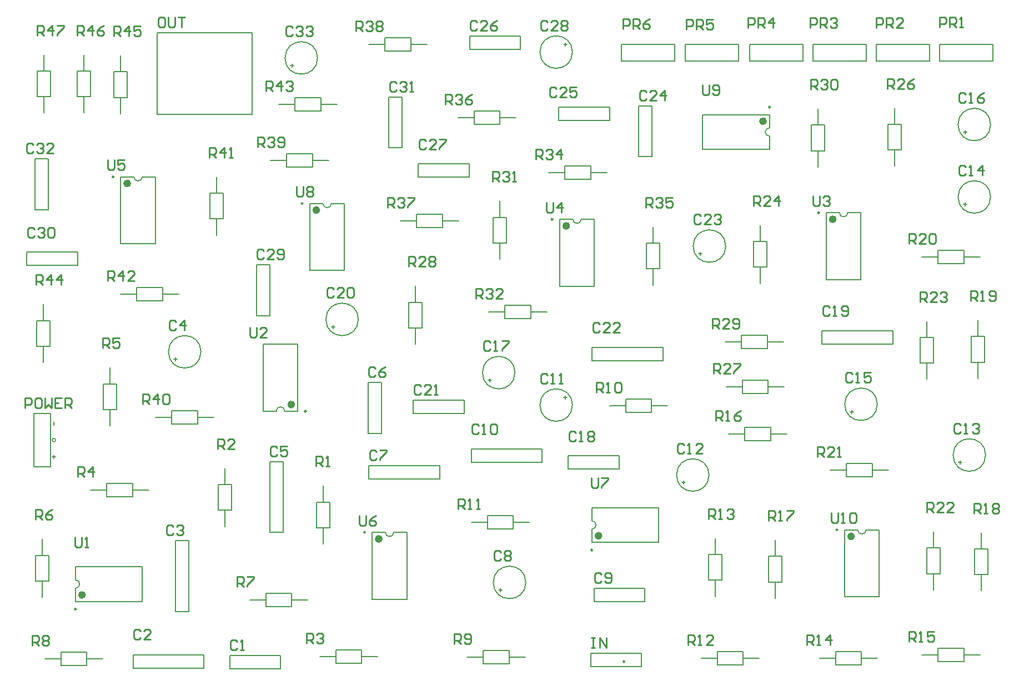
<source format=gbr>
G04*
G04 #@! TF.GenerationSoftware,Altium Limited,Altium Designer,22.4.2 (48)*
G04*
G04 Layer_Color=65535*
%FSLAX25Y25*%
%MOIN*%
G70*
G04*
G04 #@! TF.SameCoordinates,9D7DA267-A193-428E-9E10-CD2539F38239*
G04*
G04*
G04 #@! TF.FilePolarity,Positive*
G04*
G01*
G75*
%ADD10C,0.00787*%
%ADD11C,0.00984*%
%ADD12C,0.02362*%
%ADD13C,0.01000*%
D10*
X140921Y158000D02*
G03*
X140921Y163000I0J2500D01*
G01*
X266500Y264421D02*
G03*
X261500Y264421I-2500J0D01*
G01*
X599500Y383579D02*
G03*
X604500Y383579I2500J0D01*
G01*
X439500Y379579D02*
G03*
X444500Y379579I2500J0D01*
G01*
X176000Y405079D02*
G03*
X181000Y405079I2500J0D01*
G01*
X557579Y434500D02*
G03*
X557579Y429500I0J-2500D01*
G01*
X327000Y191579D02*
G03*
X332000Y191579I2500J0D01*
G01*
X450921Y193500D02*
G03*
X450921Y198500I0J2500D01*
G01*
X289500Y389079D02*
G03*
X294500Y389079I2500J0D01*
G01*
X610500Y193079D02*
G03*
X615500Y193079I2500J0D01*
G01*
X129000Y247000D02*
G03*
X129000Y247000I-1000J0D01*
G01*
X216250Y300000D02*
G03*
X216250Y300000I-9750J0D01*
G01*
X411250Y161500D02*
G03*
X411250Y161500I-9750J0D01*
G01*
X439250Y268000D02*
G03*
X439250Y268000I-9750J0D01*
G01*
X521250Y226000D02*
G03*
X521250Y226000I-9750J0D01*
G01*
X687250Y238000D02*
G03*
X687250Y238000I-9750J0D01*
G01*
X690250Y393000D02*
G03*
X690250Y393000I-9750J0D01*
G01*
X622250Y268500D02*
G03*
X622250Y268500I-9750J0D01*
G01*
X690250Y436500D02*
G03*
X690250Y436500I-9750J0D01*
G01*
X404750Y287500D02*
G03*
X404750Y287500I-9750J0D01*
G01*
X310750Y319500D02*
G03*
X310750Y319500I-9750J0D01*
G01*
X531250Y363500D02*
G03*
X531250Y363500I-9750J0D01*
G01*
X439250Y480000D02*
G03*
X439250Y480000I-9750J0D01*
G01*
X286250Y476500D02*
G03*
X286250Y476500I-9750J0D01*
G01*
X247000Y442500D02*
Y449500D01*
X190000Y442500D02*
X247000D01*
X190000D02*
Y491500D01*
X247000D01*
Y449500D02*
Y491500D01*
X140921Y150067D02*
X181079D01*
X140921Y170933D02*
X181079D01*
X140921Y150067D02*
Y158000D01*
Y163000D02*
Y170933D01*
X181079Y150067D02*
Y170933D01*
X274433Y264421D02*
Y304579D01*
X253567Y264421D02*
Y304579D01*
X266500Y264421D02*
X274433D01*
X253567D02*
X261500D01*
X253567Y304579D02*
X274433D01*
X591567Y343421D02*
Y383579D01*
X612433Y343421D02*
Y383579D01*
X591567D02*
X599500D01*
X604500D02*
X612433D01*
X591567Y343421D02*
X612433D01*
X431567Y339421D02*
Y379579D01*
X452433Y339421D02*
Y379579D01*
X431567D02*
X439500D01*
X444500D02*
X452433D01*
X431567Y339421D02*
X452433D01*
X168067Y364921D02*
Y405079D01*
X188933Y364921D02*
Y405079D01*
X168067D02*
X176000D01*
X181000D02*
X188933D01*
X168067Y364921D02*
X188933D01*
X517421Y442433D02*
X557579D01*
X517421Y421567D02*
X557579D01*
Y434500D02*
Y442433D01*
Y421567D02*
Y429500D01*
X517421Y421567D02*
Y442433D01*
X450185Y111000D02*
X480685D01*
Y119000D01*
X450185D02*
X480685D01*
X450185Y111000D02*
Y119000D01*
X319067Y151421D02*
Y191579D01*
X339933Y151421D02*
Y191579D01*
X319067D02*
X327000D01*
X332000D02*
X339933D01*
X319067Y151421D02*
X339933D01*
X450921Y185567D02*
X491079D01*
X450921Y206433D02*
X491079D01*
X450921Y185567D02*
Y193500D01*
Y198500D02*
Y206433D01*
X491079Y185567D02*
Y206433D01*
X281567Y348921D02*
Y389079D01*
X302433Y348921D02*
Y389079D01*
X281567D02*
X289500D01*
X294500D02*
X302433D01*
X281567Y348921D02*
X302433D01*
X602567Y152921D02*
Y193079D01*
X623433Y152921D02*
Y193079D01*
X602567D02*
X610500D01*
X615500D02*
X623433D01*
X602567Y152921D02*
X623433D01*
X116000Y231000D02*
X126000D01*
Y263000D01*
X116000D02*
X126000D01*
X116000Y231000D02*
Y263000D01*
X127000Y237000D02*
X129000D01*
X128000Y236000D02*
Y238000D01*
Y256000D02*
Y258000D01*
X218000Y110000D02*
Y118000D01*
X175500Y110000D02*
X218000D01*
X175500D02*
Y118000D01*
X218000D01*
X201000Y186504D02*
X209000D01*
Y144004D02*
Y186504D01*
X201000Y144004D02*
X209000D01*
X201000D02*
Y186504D01*
X257500Y191500D02*
X265500D01*
X257500D02*
Y234000D01*
X265500D01*
Y191500D02*
Y234000D01*
X317000Y223500D02*
Y231500D01*
X359500D01*
Y223500D02*
Y231500D01*
X317000Y223500D02*
X359500D01*
X421000Y233500D02*
Y241500D01*
X378500Y233500D02*
X421000D01*
X378500D02*
Y241500D01*
X421000D01*
X631504Y304500D02*
Y312500D01*
X589004Y304500D02*
X631504D01*
X589004D02*
Y312500D01*
X631504D01*
X493504Y294500D02*
Y302500D01*
X451004Y294500D02*
X493504D01*
X451004D02*
Y302500D01*
X493504D01*
X285500Y194323D02*
X289500D01*
X285500D02*
Y209744D01*
X293500D01*
Y194323D02*
Y209744D01*
X289500Y194323D02*
X293500D01*
X289500Y209744D02*
Y219488D01*
Y184579D02*
Y194323D01*
X230500Y220244D02*
X234500D01*
Y204823D02*
Y220244D01*
X226500Y204823D02*
X234500D01*
X226500D02*
Y220244D01*
X230500D01*
Y195079D02*
Y204823D01*
Y220244D02*
Y229988D01*
X297256Y117000D02*
Y121000D01*
X312677D01*
Y113000D02*
Y121000D01*
X297256Y113000D02*
X312677D01*
X297256D02*
Y117000D01*
X312677D02*
X322421D01*
X287512D02*
X297256D01*
X175244Y213000D02*
Y217000D01*
X159823Y213000D02*
X175244D01*
X159823D02*
Y221000D01*
X175244D01*
Y217000D02*
Y221000D01*
X150079Y217000D02*
X159823D01*
X175244D02*
X184988D01*
X157500Y265323D02*
X161500D01*
X157500D02*
Y280744D01*
X165500D01*
Y265323D02*
Y280744D01*
X161500Y265323D02*
X165500D01*
X161500Y280744D02*
Y290488D01*
Y255579D02*
Y265323D01*
X117000Y162323D02*
X121000D01*
X117000D02*
Y177744D01*
X125000D01*
Y162323D02*
Y177744D01*
X121000Y162323D02*
X125000D01*
X121000Y177744D02*
Y187488D01*
Y152579D02*
Y162323D01*
X255323Y151000D02*
Y155000D01*
X270744D01*
Y147000D02*
Y155000D01*
X255323Y147000D02*
X270744D01*
X255323D02*
Y151000D01*
X270744D02*
X280488D01*
X245579D02*
X255323D01*
X147744Y111500D02*
Y115500D01*
X132323Y111500D02*
X147744D01*
X132323D02*
Y119500D01*
X147744D01*
Y115500D02*
Y119500D01*
X122579Y115500D02*
X132323D01*
X147744D02*
X157488D01*
X401244Y112500D02*
Y116500D01*
X385823Y112500D02*
X401244D01*
X385823D02*
Y120500D01*
X401244D01*
Y116500D02*
Y120500D01*
X376079Y116500D02*
X385823D01*
X401244D02*
X410988D01*
X471256Y267500D02*
Y271500D01*
X486677D01*
Y263500D02*
Y271500D01*
X471256Y263500D02*
X486677D01*
X471256D02*
Y267500D01*
X486677D02*
X496421D01*
X461512D02*
X471256D01*
X403677Y193500D02*
Y197500D01*
X388256Y193500D02*
X403677D01*
X388256D02*
Y201500D01*
X403677D01*
Y197500D02*
Y201500D01*
X378512Y197500D02*
X388256D01*
X403677D02*
X413421D01*
X541677Y112000D02*
Y116000D01*
X526256Y112000D02*
X541677D01*
X526256D02*
Y120000D01*
X541677D01*
Y116000D02*
Y120000D01*
X516512Y116000D02*
X526256D01*
X541677D02*
X551421D01*
X525000Y178244D02*
X529000D01*
Y162823D02*
Y178244D01*
X521000Y162823D02*
X529000D01*
X521000D02*
Y178244D01*
X525000D01*
Y153079D02*
Y162823D01*
Y178244D02*
Y187988D01*
X597323Y116000D02*
Y120000D01*
X612744D01*
Y112000D02*
Y120000D01*
X597323Y112000D02*
X612744D01*
X597323D02*
Y116000D01*
X612744D02*
X622488D01*
X587579D02*
X597323D01*
X674177Y114000D02*
Y118000D01*
X658756Y114000D02*
X674177D01*
X658756D02*
Y122000D01*
X674177D01*
Y118000D02*
Y122000D01*
X649012Y118000D02*
X658756D01*
X674177D02*
X683921D01*
X542823Y250500D02*
Y254500D01*
X558244D01*
Y246500D02*
Y254500D01*
X542823Y246500D02*
X558244D01*
X542823D02*
Y250500D01*
X558244D02*
X567988D01*
X533079D02*
X542823D01*
X561000Y177177D02*
X565000D01*
Y161756D02*
Y177177D01*
X557000Y161756D02*
X565000D01*
X557000D02*
Y177177D01*
X561000D01*
Y152012D02*
Y161756D01*
Y177177D02*
Y186921D01*
X684500Y181677D02*
X688500D01*
Y166256D02*
Y181677D01*
X680500Y166256D02*
X688500D01*
X680500D02*
Y181677D01*
X684500D01*
Y156512D02*
Y166256D01*
Y181677D02*
Y191421D01*
X678500Y293756D02*
X682500D01*
X678500D02*
Y309177D01*
X686500D01*
Y293756D02*
Y309177D01*
X682500Y293756D02*
X686500D01*
X682500Y309177D02*
Y318921D01*
Y284012D02*
Y293756D01*
X658823Y357000D02*
Y361000D01*
X674244D01*
Y353000D02*
Y361000D01*
X658823Y353000D02*
X674244D01*
X658823D02*
Y357000D01*
X674244D02*
X683988D01*
X649079D02*
X658823D01*
X619244Y225000D02*
Y229000D01*
X603823Y225000D02*
X619244D01*
X603823D02*
Y233000D01*
X619244D01*
Y229000D02*
Y233000D01*
X594079Y229000D02*
X603823D01*
X619244D02*
X628988D01*
X656000Y182177D02*
X660000D01*
Y166756D02*
Y182177D01*
X652000Y166756D02*
X660000D01*
X652000D02*
Y182177D01*
X656000D01*
Y157012D02*
Y166756D01*
Y182177D02*
Y191921D01*
X652000Y308677D02*
X656000D01*
Y293256D02*
Y308677D01*
X648000Y293256D02*
X656000D01*
X648000D02*
Y308677D01*
X652000D01*
Y283512D02*
Y293256D01*
Y308677D02*
Y318421D01*
X548000Y350823D02*
X552000D01*
X548000D02*
Y366244D01*
X556000D01*
Y350823D02*
Y366244D01*
X552000Y350823D02*
X556000D01*
X552000Y366244D02*
Y375988D01*
Y341079D02*
Y350823D01*
X632500Y436677D02*
X636500D01*
Y421256D02*
Y436677D01*
X628500Y421256D02*
X636500D01*
X628500D02*
Y436677D01*
X632500D01*
Y411512D02*
Y421256D01*
Y436677D02*
Y446421D01*
X556744Y275000D02*
Y279000D01*
X541323Y275000D02*
X556744D01*
X541323D02*
Y283000D01*
X556744D01*
Y279000D02*
Y283000D01*
X531579Y279000D02*
X541323D01*
X556744D02*
X566488D01*
X345000Y329744D02*
X349000D01*
Y314323D02*
Y329744D01*
X341000Y314323D02*
X349000D01*
X341000D02*
Y329744D01*
X345000D01*
Y304579D02*
Y314323D01*
Y329744D02*
Y339488D01*
X556244Y302000D02*
Y306000D01*
X540823Y302000D02*
X556244D01*
X540823D02*
Y310000D01*
X556244D01*
Y306000D02*
Y310000D01*
X531079Y306000D02*
X540823D01*
X556244D02*
X565988D01*
X582500Y420756D02*
X586500D01*
X582500D02*
Y436177D01*
X590500D01*
Y420756D02*
Y436177D01*
X586500Y420756D02*
X590500D01*
X586500Y436177D02*
Y445921D01*
Y411012D02*
Y420756D01*
X391500Y365323D02*
X395500D01*
X391500D02*
Y380744D01*
X399500D01*
Y365323D02*
Y380744D01*
X395500Y365323D02*
X399500D01*
X395500Y380744D02*
Y390488D01*
Y355579D02*
Y365323D01*
X398756Y324000D02*
Y328000D01*
X414177D01*
Y320000D02*
Y328000D01*
X398756Y320000D02*
X414177D01*
X398756D02*
Y324000D01*
X414177D02*
X423921D01*
X389012D02*
X398756D01*
X434756Y407500D02*
Y411500D01*
X450177D01*
Y403500D02*
Y411500D01*
X434756Y403500D02*
X450177D01*
X434756D02*
Y407500D01*
X450177D02*
X459921D01*
X425012D02*
X434756D01*
X483500Y349823D02*
X487500D01*
X483500D02*
Y365244D01*
X491500D01*
Y349823D02*
Y365244D01*
X487500Y349823D02*
X491500D01*
X487500Y365244D02*
Y374988D01*
Y340079D02*
Y349823D01*
X380323Y440500D02*
Y444500D01*
X395744D01*
Y436500D02*
Y444500D01*
X380323Y436500D02*
X395744D01*
X380323D02*
Y440500D01*
X395744D02*
X405488D01*
X370579D02*
X380323D01*
X361177Y374500D02*
Y378500D01*
X345756Y374500D02*
X361177D01*
X345756D02*
Y382500D01*
X361177D01*
Y378500D02*
Y382500D01*
X336012Y378500D02*
X345756D01*
X361177D02*
X370921D01*
X342244Y480500D02*
Y484500D01*
X326823Y480500D02*
X342244D01*
X326823D02*
Y488500D01*
X342244D01*
Y484500D02*
Y488500D01*
X317079Y484500D02*
X326823D01*
X342244D02*
X351988D01*
X267823Y415000D02*
Y419000D01*
X283244D01*
Y411000D02*
Y419000D01*
X267823Y411000D02*
X283244D01*
X267823D02*
Y415000D01*
X283244D02*
X292988D01*
X258079D02*
X267823D01*
X214177Y256500D02*
Y260500D01*
X198756Y256500D02*
X214177D01*
X198756D02*
Y264500D01*
X214177D01*
Y260500D02*
Y264500D01*
X189012Y260500D02*
X198756D01*
X214177D02*
X223921D01*
X225500Y395244D02*
X229500D01*
Y379823D02*
Y395244D01*
X221500Y379823D02*
X229500D01*
X221500D02*
Y395244D01*
X225500D01*
Y370079D02*
Y379823D01*
Y395244D02*
Y404988D01*
X193177Y330500D02*
Y334500D01*
X177756Y330500D02*
X193177D01*
X177756D02*
Y338500D01*
X193177D01*
Y334500D02*
Y338500D01*
X168012Y334500D02*
X177756D01*
X193177D02*
X202921D01*
X288177Y444500D02*
Y448500D01*
X272756Y444500D02*
X288177D01*
X272756D02*
Y452500D01*
X288177D01*
Y448500D02*
Y452500D01*
X263012Y448500D02*
X272756D01*
X288177D02*
X297921D01*
X117500Y303323D02*
X121500D01*
X117500D02*
Y318744D01*
X125500D01*
Y303323D02*
Y318744D01*
X121500Y303323D02*
X125500D01*
X121500Y318744D02*
Y328488D01*
Y293579D02*
Y303323D01*
X168000Y468177D02*
X172000D01*
Y452756D02*
Y468177D01*
X164000Y452756D02*
X172000D01*
X164000D02*
Y468177D01*
X168000D01*
Y443012D02*
Y452756D01*
Y468177D02*
Y477921D01*
X142000Y453256D02*
X146000D01*
X142000D02*
Y468677D01*
X150000D01*
Y453256D02*
Y468677D01*
X146000Y453256D02*
X150000D01*
X146000Y468677D02*
Y478421D01*
Y443512D02*
Y453256D01*
X122000Y468677D02*
X126000D01*
Y453256D02*
Y468677D01*
X118000Y453256D02*
X126000D01*
X118000D02*
Y468677D01*
X122000D01*
Y443512D02*
Y453256D01*
Y468677D02*
Y478421D01*
X201000Y294500D02*
Y296500D01*
X200000Y295500D02*
X202000D01*
X395000Y157000D02*
X397000D01*
X396000Y156000D02*
Y158000D01*
X435000Y271500D02*
Y273500D01*
X434000Y272500D02*
X436000D01*
X505000Y221500D02*
X507000D01*
X506000Y220500D02*
Y222500D01*
X672000Y232500D02*
Y234500D01*
X671000Y233500D02*
X673000D01*
X674000Y388500D02*
X676000D01*
X675000Y387500D02*
Y389500D01*
X607000Y263000D02*
Y265000D01*
X606000Y264000D02*
X608000D01*
X674000Y432000D02*
X676000D01*
X675000Y431000D02*
Y433000D01*
X389500Y282000D02*
Y284000D01*
X388500Y283000D02*
X390500D01*
X294500Y315000D02*
X296500D01*
X295500Y314000D02*
Y316000D01*
X516000Y358000D02*
Y360000D01*
X515000Y359000D02*
X517000D01*
X434000Y484500D02*
X436000D01*
X435000Y483500D02*
Y485500D01*
X271000Y471000D02*
Y473000D01*
X270000Y472000D02*
X272000D01*
X233500Y109500D02*
X264000D01*
Y117500D01*
X233500D02*
X264000D01*
X233500Y109500D02*
Y117500D01*
X324500Y251000D02*
Y281500D01*
X316500D02*
X324500D01*
X316500Y251000D02*
Y281500D01*
Y251000D02*
X324500D01*
X452185Y150000D02*
X482685D01*
Y158000D01*
X452185D02*
X482685D01*
X452185Y150000D02*
Y158000D01*
X436815Y237500D02*
X467315D01*
X436815Y229500D02*
Y237500D01*
Y229500D02*
X467315D01*
Y237500D01*
X343685Y263000D02*
X374185D01*
Y271000D01*
X343685D02*
X374185D01*
X343685Y263000D02*
Y271000D01*
X487000Y417185D02*
Y447685D01*
X479000D02*
X487000D01*
X479000Y417185D02*
Y447685D01*
Y417185D02*
X487000D01*
X431000Y447000D02*
X461500D01*
X431000Y439000D02*
Y447000D01*
Y439000D02*
X461500D01*
Y447000D01*
X377500Y481500D02*
X408000D01*
Y489500D01*
X377500D02*
X408000D01*
X377500Y481500D02*
Y489500D01*
X346815Y413000D02*
X377315D01*
X346815Y405000D02*
Y413000D01*
Y405000D02*
X377315D01*
Y413000D01*
X257500Y321685D02*
Y352185D01*
X249500D02*
X257500D01*
X249500Y321685D02*
Y352185D01*
Y321685D02*
X257500D01*
X111815Y360000D02*
X142315D01*
X111815Y352000D02*
Y360000D01*
Y352000D02*
X142315D01*
Y360000D01*
X337000Y422500D02*
Y453000D01*
X329000D02*
X337000D01*
X329000Y422500D02*
Y453000D01*
Y422500D02*
X337000D01*
X116500Y385315D02*
Y415815D01*
Y385315D02*
X124500D01*
Y415815D01*
X116500D02*
X124500D01*
X659500Y474500D02*
Y484500D01*
Y474500D02*
X691500D01*
Y484500D01*
X659500D02*
X691500D01*
X653500Y474500D02*
Y484500D01*
X621500D02*
X653500D01*
X621500Y474500D02*
Y484500D01*
Y474500D02*
X653500D01*
X583500D02*
Y484500D01*
Y474500D02*
X615500D01*
Y484500D01*
X583500D02*
X615500D01*
X545500Y474500D02*
Y484500D01*
Y474500D02*
X577500D01*
Y484500D01*
X545500D02*
X577500D01*
X507000Y474500D02*
Y484500D01*
Y474500D02*
X539000D01*
Y484500D01*
X507000D02*
X539000D01*
X500500Y474500D02*
Y484500D01*
X468500D02*
X500500D01*
X468500Y474500D02*
Y484500D01*
Y474500D02*
X500500D01*
D11*
X141374Y145500D02*
G03*
X141374Y145500I-492J0D01*
G01*
X279492Y264382D02*
G03*
X279492Y264382I-492J0D01*
G01*
X587492Y383618D02*
G03*
X587492Y383618I-492J0D01*
G01*
X427492Y379618D02*
G03*
X427492Y379618I-492J0D01*
G01*
X163992Y405118D02*
G03*
X163992Y405118I-492J0D01*
G01*
X558110Y447000D02*
G03*
X558110Y447000I-492J0D01*
G01*
X314992Y191618D02*
G03*
X314992Y191618I-492J0D01*
G01*
X451374Y181000D02*
G03*
X451374Y181000I-492J0D01*
G01*
X277492Y389118D02*
G03*
X277492Y389118I-492J0D01*
G01*
X598492Y193118D02*
G03*
X598492Y193118I-492J0D01*
G01*
D12*
X146039Y154004D02*
G03*
X146039Y154004I-1181J0D01*
G01*
X271677Y268358D02*
G03*
X271677Y268358I-1181J0D01*
G01*
X596685Y379642D02*
G03*
X596685Y379642I-1181J0D01*
G01*
X436685Y375642D02*
G03*
X436685Y375642I-1181J0D01*
G01*
X173185Y401142D02*
G03*
X173185Y401142I-1181J0D01*
G01*
X554823Y438496D02*
G03*
X554823Y438496I-1181J0D01*
G01*
X324185Y187642D02*
G03*
X324185Y187642I-1181J0D01*
G01*
X456039Y189504D02*
G03*
X456039Y189504I-1181J0D01*
G01*
X286685Y385142D02*
G03*
X286685Y385142I-1181J0D01*
G01*
X607685Y189142D02*
G03*
X607685Y189142I-1181J0D01*
G01*
D13*
X470685Y114000D02*
G03*
X470685Y114000I-500J0D01*
G01*
X110800Y266400D02*
Y272398D01*
X113799D01*
X114799Y271398D01*
Y269399D01*
X113799Y268399D01*
X110800D01*
X119797Y272398D02*
X117798D01*
X116798Y271398D01*
Y267400D01*
X117798Y266400D01*
X119797D01*
X120797Y267400D01*
Y271398D01*
X119797Y272398D01*
X122796D02*
Y266400D01*
X124795Y268399D01*
X126795Y266400D01*
Y272398D01*
X132793D02*
X128794D01*
Y266400D01*
X132793D01*
X128794Y269399D02*
X130793D01*
X134792Y266400D02*
Y272398D01*
X137791D01*
X138791Y271398D01*
Y269399D01*
X137791Y268399D01*
X134792D01*
X136792D02*
X138791Y266400D01*
X450800Y128398D02*
X452799D01*
X451800D01*
Y122400D01*
X450800D01*
X452799D01*
X455798D02*
Y128398D01*
X459797Y122400D01*
Y128398D01*
X193599Y500898D02*
X191600D01*
X190600Y499898D01*
Y495900D01*
X191600Y494900D01*
X193599D01*
X194599Y495900D01*
Y499898D01*
X193599Y500898D01*
X196598D02*
Y495900D01*
X197598Y494900D01*
X199597D01*
X200597Y495900D01*
Y500898D01*
X202596D02*
X206595D01*
X204595D01*
Y494900D01*
X594800Y203198D02*
Y198200D01*
X595800Y197200D01*
X597799D01*
X598799Y198200D01*
Y203198D01*
X600798Y197200D02*
X602797D01*
X601798D01*
Y203198D01*
X600798Y202198D01*
X605796D02*
X606796Y203198D01*
X608795D01*
X609795Y202198D01*
Y198200D01*
X608795Y197200D01*
X606796D01*
X605796Y198200D01*
Y202198D01*
X517300Y460198D02*
Y455200D01*
X518300Y454200D01*
X520299D01*
X521299Y455200D01*
Y460198D01*
X523298Y455200D02*
X524298Y454200D01*
X526297D01*
X527297Y455200D01*
Y459198D01*
X526297Y460198D01*
X524298D01*
X523298Y459198D01*
Y458199D01*
X524298Y457199D01*
X527297D01*
X273800Y399198D02*
Y394200D01*
X274800Y393200D01*
X276799D01*
X277799Y394200D01*
Y399198D01*
X279798Y398198D02*
X280798Y399198D01*
X282797D01*
X283797Y398198D01*
Y397199D01*
X282797Y396199D01*
X283797Y395199D01*
Y394200D01*
X282797Y393200D01*
X280798D01*
X279798Y394200D01*
Y395199D01*
X280798Y396199D01*
X279798Y397199D01*
Y398198D01*
X280798Y396199D02*
X282797D01*
X450800Y224198D02*
Y219200D01*
X451800Y218200D01*
X453799D01*
X454799Y219200D01*
Y224198D01*
X456798D02*
X460797D01*
Y223198D01*
X456798Y219200D01*
Y218200D01*
X311300Y201698D02*
Y196700D01*
X312300Y195700D01*
X314299D01*
X315299Y196700D01*
Y201698D01*
X321297D02*
X319297Y200698D01*
X317298Y198699D01*
Y196700D01*
X318298Y195700D01*
X320297D01*
X321297Y196700D01*
Y197699D01*
X320297Y198699D01*
X317298D01*
X160300Y415198D02*
Y410200D01*
X161300Y409200D01*
X163299D01*
X164299Y410200D01*
Y415198D01*
X170297D02*
X166298D01*
Y412199D01*
X168297Y413199D01*
X169297D01*
X170297Y412199D01*
Y410200D01*
X169297Y409200D01*
X167298D01*
X166298Y410200D01*
X423800Y389698D02*
Y384700D01*
X424800Y383700D01*
X426799D01*
X427799Y384700D01*
Y389698D01*
X432797Y383700D02*
Y389698D01*
X429798Y386699D01*
X433797D01*
X583800Y393698D02*
Y388700D01*
X584800Y387700D01*
X586799D01*
X587799Y388700D01*
Y393698D01*
X589798Y392698D02*
X590798Y393698D01*
X592797D01*
X593797Y392698D01*
Y391699D01*
X592797Y390699D01*
X591797D01*
X592797D01*
X593797Y389699D01*
Y388700D01*
X592797Y387700D01*
X590798D01*
X589798Y388700D01*
X245800Y314698D02*
Y309700D01*
X246800Y308700D01*
X248799D01*
X249799Y309700D01*
Y314698D01*
X255797Y308700D02*
X251798D01*
X255797Y312699D01*
Y313698D01*
X254797Y314698D01*
X252798D01*
X251798Y313698D01*
X140800Y188698D02*
Y183700D01*
X141800Y182700D01*
X143799D01*
X144799Y183700D01*
Y188698D01*
X146798Y182700D02*
X148797D01*
X147798D01*
Y188698D01*
X146798Y187698D01*
X117900Y490100D02*
Y496098D01*
X120899D01*
X121899Y495098D01*
Y493099D01*
X120899Y492099D01*
X117900D01*
X119899D02*
X121899Y490100D01*
X126897D02*
Y496098D01*
X123898Y493099D01*
X127897D01*
X129896Y496098D02*
X133895D01*
Y495098D01*
X129896Y491100D01*
Y490100D01*
X141900D02*
Y496098D01*
X144899D01*
X145899Y495098D01*
Y493099D01*
X144899Y492099D01*
X141900D01*
X143899D02*
X145899Y490100D01*
X150897D02*
Y496098D01*
X147898Y493099D01*
X151897D01*
X157895Y496098D02*
X155895Y495098D01*
X153896Y493099D01*
Y491100D01*
X154896Y490100D01*
X156895D01*
X157895Y491100D01*
Y492099D01*
X156895Y493099D01*
X153896D01*
X163900Y489600D02*
Y495598D01*
X166899D01*
X167899Y494598D01*
Y492599D01*
X166899Y491599D01*
X163900D01*
X165899D02*
X167899Y489600D01*
X172897D02*
Y495598D01*
X169898Y492599D01*
X173897D01*
X179895Y495598D02*
X175896D01*
Y492599D01*
X177895Y493599D01*
X178895D01*
X179895Y492599D01*
Y490600D01*
X178895Y489600D01*
X176896D01*
X175896Y490600D01*
X117400Y340200D02*
Y346198D01*
X120399D01*
X121399Y345198D01*
Y343199D01*
X120399Y342199D01*
X117400D01*
X119399D02*
X121399Y340200D01*
X126397D02*
Y346198D01*
X123398Y343199D01*
X127397D01*
X132395Y340200D02*
Y346198D01*
X129396Y343199D01*
X133395D01*
X255300Y456600D02*
Y462598D01*
X258299D01*
X259299Y461598D01*
Y459599D01*
X258299Y458599D01*
X255300D01*
X257299D02*
X259299Y456600D01*
X264297D02*
Y462598D01*
X261298Y459599D01*
X265297D01*
X267296Y461598D02*
X268296Y462598D01*
X270295D01*
X271295Y461598D01*
Y460599D01*
X270295Y459599D01*
X269296D01*
X270295D01*
X271295Y458599D01*
Y457600D01*
X270295Y456600D01*
X268296D01*
X267296Y457600D01*
X160300Y342600D02*
Y348598D01*
X163299D01*
X164299Y347598D01*
Y345599D01*
X163299Y344599D01*
X160300D01*
X162299D02*
X164299Y342600D01*
X169297D02*
Y348598D01*
X166298Y345599D01*
X170297D01*
X176295Y342600D02*
X172296D01*
X176295Y346599D01*
Y347598D01*
X175295Y348598D01*
X173296D01*
X172296Y347598D01*
X221400Y416700D02*
Y422698D01*
X224399D01*
X225399Y421698D01*
Y419699D01*
X224399Y418699D01*
X221400D01*
X223399D02*
X225399Y416700D01*
X230397D02*
Y422698D01*
X227398Y419699D01*
X231397D01*
X233396Y416700D02*
X235396D01*
X234396D01*
Y422698D01*
X233396Y421698D01*
X181300Y268600D02*
Y274598D01*
X184299D01*
X185299Y273598D01*
Y271599D01*
X184299Y270599D01*
X181300D01*
X183299D02*
X185299Y268600D01*
X190297D02*
Y274598D01*
X187298Y271599D01*
X191297D01*
X193296Y273598D02*
X194296Y274598D01*
X196295D01*
X197295Y273598D01*
Y269600D01*
X196295Y268600D01*
X194296D01*
X193296Y269600D01*
Y273598D01*
X250400Y423100D02*
Y429098D01*
X253399D01*
X254399Y428098D01*
Y426099D01*
X253399Y425099D01*
X250400D01*
X252399D02*
X254399Y423100D01*
X256398Y428098D02*
X257398Y429098D01*
X259397D01*
X260397Y428098D01*
Y427099D01*
X259397Y426099D01*
X258397D01*
X259397D01*
X260397Y425099D01*
Y424100D01*
X259397Y423100D01*
X257398D01*
X256398Y424100D01*
X262396D02*
X263396Y423100D01*
X265395D01*
X266395Y424100D01*
Y428098D01*
X265395Y429098D01*
X263396D01*
X262396Y428098D01*
Y427099D01*
X263396Y426099D01*
X266395D01*
X309400Y492600D02*
Y498598D01*
X312399D01*
X313399Y497598D01*
Y495599D01*
X312399Y494599D01*
X309400D01*
X311399D02*
X313399Y492600D01*
X315398Y497598D02*
X316398Y498598D01*
X318397D01*
X319397Y497598D01*
Y496599D01*
X318397Y495599D01*
X317397D01*
X318397D01*
X319397Y494599D01*
Y493600D01*
X318397Y492600D01*
X316398D01*
X315398Y493600D01*
X321396Y497598D02*
X322396Y498598D01*
X324395D01*
X325395Y497598D01*
Y496599D01*
X324395Y495599D01*
X325395Y494599D01*
Y493600D01*
X324395Y492600D01*
X322396D01*
X321396Y493600D01*
Y494599D01*
X322396Y495599D01*
X321396Y496599D01*
Y497598D01*
X322396Y495599D02*
X324395D01*
X328300Y386600D02*
Y392598D01*
X331299D01*
X332299Y391598D01*
Y389599D01*
X331299Y388599D01*
X328300D01*
X330299D02*
X332299Y386600D01*
X334298Y391598D02*
X335298Y392598D01*
X337297D01*
X338297Y391598D01*
Y390599D01*
X337297Y389599D01*
X336297D01*
X337297D01*
X338297Y388599D01*
Y387600D01*
X337297Y386600D01*
X335298D01*
X334298Y387600D01*
X340296Y392598D02*
X344295D01*
Y391598D01*
X340296Y387600D01*
Y386600D01*
X362900Y448600D02*
Y454598D01*
X365899D01*
X366899Y453598D01*
Y451599D01*
X365899Y450599D01*
X362900D01*
X364899D02*
X366899Y448600D01*
X368898Y453598D02*
X369898Y454598D01*
X371897D01*
X372897Y453598D01*
Y452599D01*
X371897Y451599D01*
X370897D01*
X371897D01*
X372897Y450599D01*
Y449600D01*
X371897Y448600D01*
X369898D01*
X368898Y449600D01*
X378895Y454598D02*
X376895Y453598D01*
X374896Y451599D01*
Y449600D01*
X375896Y448600D01*
X377895D01*
X378895Y449600D01*
Y450599D01*
X377895Y451599D01*
X374896D01*
X483400Y386700D02*
Y392698D01*
X486399D01*
X487399Y391698D01*
Y389699D01*
X486399Y388699D01*
X483400D01*
X485399D02*
X487399Y386700D01*
X489398Y391698D02*
X490398Y392698D01*
X492397D01*
X493397Y391698D01*
Y390699D01*
X492397Y389699D01*
X491397D01*
X492397D01*
X493397Y388699D01*
Y387700D01*
X492397Y386700D01*
X490398D01*
X489398Y387700D01*
X499395Y392698D02*
X495396D01*
Y389699D01*
X497396Y390699D01*
X498395D01*
X499395Y389699D01*
Y387700D01*
X498395Y386700D01*
X496396D01*
X495396Y387700D01*
X417300Y415600D02*
Y421598D01*
X420299D01*
X421299Y420598D01*
Y418599D01*
X420299Y417599D01*
X417300D01*
X419299D02*
X421299Y415600D01*
X423298Y420598D02*
X424298Y421598D01*
X426297D01*
X427297Y420598D01*
Y419599D01*
X426297Y418599D01*
X425297D01*
X426297D01*
X427297Y417599D01*
Y416600D01*
X426297Y415600D01*
X424298D01*
X423298Y416600D01*
X432295Y415600D02*
Y421598D01*
X429296Y418599D01*
X433295D01*
X381300Y332100D02*
Y338098D01*
X384299D01*
X385299Y337098D01*
Y335099D01*
X384299Y334099D01*
X381300D01*
X383299D02*
X385299Y332100D01*
X387298Y337098D02*
X388298Y338098D01*
X390297D01*
X391297Y337098D01*
Y336099D01*
X390297Y335099D01*
X389297D01*
X390297D01*
X391297Y334099D01*
Y333100D01*
X390297Y332100D01*
X388298D01*
X387298Y333100D01*
X397295Y332100D02*
X393296D01*
X397295Y336099D01*
Y337098D01*
X396295Y338098D01*
X394296D01*
X393296Y337098D01*
X391400Y402200D02*
Y408198D01*
X394399D01*
X395399Y407198D01*
Y405199D01*
X394399Y404199D01*
X391400D01*
X393399D02*
X395399Y402200D01*
X397398Y407198D02*
X398398Y408198D01*
X400397D01*
X401397Y407198D01*
Y406199D01*
X400397Y405199D01*
X399397D01*
X400397D01*
X401397Y404199D01*
Y403200D01*
X400397Y402200D01*
X398398D01*
X397398Y403200D01*
X403396Y402200D02*
X405396D01*
X404396D01*
Y408198D01*
X403396Y407198D01*
X582400Y457600D02*
Y463598D01*
X585399D01*
X586399Y462598D01*
Y460599D01*
X585399Y459599D01*
X582400D01*
X584399D02*
X586399Y457600D01*
X588398Y462598D02*
X589398Y463598D01*
X591397D01*
X592397Y462598D01*
Y461599D01*
X591397Y460599D01*
X590397D01*
X591397D01*
X592397Y459599D01*
Y458600D01*
X591397Y457600D01*
X589398D01*
X588398Y458600D01*
X594396Y462598D02*
X595396Y463598D01*
X597395D01*
X598395Y462598D01*
Y458600D01*
X597395Y457600D01*
X595396D01*
X594396Y458600D01*
Y462598D01*
X523400Y314100D02*
Y320098D01*
X526399D01*
X527399Y319098D01*
Y317099D01*
X526399Y316099D01*
X523400D01*
X525399D02*
X527399Y314100D01*
X533397D02*
X529398D01*
X533397Y318099D01*
Y319098D01*
X532397Y320098D01*
X530398D01*
X529398Y319098D01*
X535396Y315100D02*
X536396Y314100D01*
X538395D01*
X539395Y315100D01*
Y319098D01*
X538395Y320098D01*
X536396D01*
X535396Y319098D01*
Y318099D01*
X536396Y317099D01*
X539395D01*
X340900Y351200D02*
Y357198D01*
X343899D01*
X344899Y356198D01*
Y354199D01*
X343899Y353199D01*
X340900D01*
X342899D02*
X344899Y351200D01*
X350897D02*
X346898D01*
X350897Y355199D01*
Y356198D01*
X349897Y357198D01*
X347898D01*
X346898Y356198D01*
X352896D02*
X353896Y357198D01*
X355895D01*
X356895Y356198D01*
Y355199D01*
X355895Y354199D01*
X356895Y353199D01*
Y352200D01*
X355895Y351200D01*
X353896D01*
X352896Y352200D01*
Y353199D01*
X353896Y354199D01*
X352896Y355199D01*
Y356198D01*
X353896Y354199D02*
X355895D01*
X523900Y287100D02*
Y293098D01*
X526899D01*
X527899Y292098D01*
Y290099D01*
X526899Y289099D01*
X523900D01*
X525899D02*
X527899Y287100D01*
X533897D02*
X529898D01*
X533897Y291099D01*
Y292098D01*
X532897Y293098D01*
X530898D01*
X529898Y292098D01*
X535896Y293098D02*
X539895D01*
Y292098D01*
X535896Y288100D01*
Y287100D01*
X628400Y458100D02*
Y464098D01*
X631399D01*
X632399Y463098D01*
Y461099D01*
X631399Y460099D01*
X628400D01*
X630399D02*
X632399Y458100D01*
X638397D02*
X634398D01*
X638397Y462099D01*
Y463098D01*
X637397Y464098D01*
X635398D01*
X634398Y463098D01*
X644395Y464098D02*
X642395Y463098D01*
X640396Y461099D01*
Y459100D01*
X641396Y458100D01*
X643395D01*
X644395Y459100D01*
Y460099D01*
X643395Y461099D01*
X640396D01*
X547900Y387700D02*
Y393698D01*
X550899D01*
X551899Y392698D01*
Y390699D01*
X550899Y389699D01*
X547900D01*
X549899D02*
X551899Y387700D01*
X557897D02*
X553898D01*
X557897Y391699D01*
Y392698D01*
X556897Y393698D01*
X554898D01*
X553898Y392698D01*
X562895Y387700D02*
Y393698D01*
X559896Y390699D01*
X563895D01*
X647900Y330100D02*
Y336098D01*
X650899D01*
X651899Y335098D01*
Y333099D01*
X650899Y332099D01*
X647900D01*
X649899D02*
X651899Y330100D01*
X657897D02*
X653898D01*
X657897Y334099D01*
Y335098D01*
X656897Y336098D01*
X654898D01*
X653898Y335098D01*
X659896D02*
X660896Y336098D01*
X662895D01*
X663895Y335098D01*
Y334099D01*
X662895Y333099D01*
X661896D01*
X662895D01*
X663895Y332099D01*
Y331100D01*
X662895Y330100D01*
X660896D01*
X659896Y331100D01*
X651900Y203600D02*
Y209598D01*
X654899D01*
X655899Y208598D01*
Y206599D01*
X654899Y205599D01*
X651900D01*
X653899D02*
X655899Y203600D01*
X661897D02*
X657898D01*
X661897Y207599D01*
Y208598D01*
X660897Y209598D01*
X658898D01*
X657898Y208598D01*
X667895Y203600D02*
X663896D01*
X667895Y207599D01*
Y208598D01*
X666895Y209598D01*
X664896D01*
X663896Y208598D01*
X586400Y237100D02*
Y243098D01*
X589399D01*
X590399Y242098D01*
Y240099D01*
X589399Y239099D01*
X586400D01*
X588399D02*
X590399Y237100D01*
X596397D02*
X592398D01*
X596397Y241099D01*
Y242098D01*
X595397Y243098D01*
X593398D01*
X592398Y242098D01*
X598396Y237100D02*
X600395D01*
X599396D01*
Y243098D01*
X598396Y242098D01*
X641400Y365100D02*
Y371098D01*
X644399D01*
X645399Y370098D01*
Y368099D01*
X644399Y367099D01*
X641400D01*
X643399D02*
X645399Y365100D01*
X651397D02*
X647398D01*
X651397Y369099D01*
Y370098D01*
X650397Y371098D01*
X648398D01*
X647398Y370098D01*
X653396D02*
X654396Y371098D01*
X656395D01*
X657395Y370098D01*
Y366100D01*
X656395Y365100D01*
X654396D01*
X653396Y366100D01*
Y370098D01*
X678400Y330600D02*
Y336598D01*
X681399D01*
X682399Y335598D01*
Y333599D01*
X681399Y332599D01*
X678400D01*
X680399D02*
X682399Y330600D01*
X684398D02*
X686397D01*
X685398D01*
Y336598D01*
X684398Y335598D01*
X689396Y331600D02*
X690396Y330600D01*
X692395D01*
X693395Y331600D01*
Y335598D01*
X692395Y336598D01*
X690396D01*
X689396Y335598D01*
Y334599D01*
X690396Y333599D01*
X693395D01*
X680400Y203100D02*
Y209098D01*
X683399D01*
X684399Y208098D01*
Y206099D01*
X683399Y205099D01*
X680400D01*
X682399D02*
X684399Y203100D01*
X686398D02*
X688397D01*
X687398D01*
Y209098D01*
X686398Y208098D01*
X691396D02*
X692396Y209098D01*
X694395D01*
X695395Y208098D01*
Y207099D01*
X694395Y206099D01*
X695395Y205099D01*
Y204100D01*
X694395Y203100D01*
X692396D01*
X691396Y204100D01*
Y205099D01*
X692396Y206099D01*
X691396Y207099D01*
Y208098D01*
X692396Y206099D02*
X694395D01*
X556900Y198600D02*
Y204598D01*
X559899D01*
X560899Y203598D01*
Y201599D01*
X559899Y200599D01*
X556900D01*
X558899D02*
X560899Y198600D01*
X562898D02*
X564897D01*
X563898D01*
Y204598D01*
X562898Y203598D01*
X567896Y204598D02*
X571895D01*
Y203598D01*
X567896Y199600D01*
Y198600D01*
X525400Y258600D02*
Y264598D01*
X528399D01*
X529399Y263598D01*
Y261599D01*
X528399Y260599D01*
X525400D01*
X527399D02*
X529399Y258600D01*
X531398D02*
X533397D01*
X532398D01*
Y264598D01*
X531398Y263598D01*
X540395Y264598D02*
X538396Y263598D01*
X536396Y261599D01*
Y259600D01*
X537396Y258600D01*
X539396D01*
X540395Y259600D01*
Y260599D01*
X539396Y261599D01*
X536396D01*
X641300Y126100D02*
Y132098D01*
X644299D01*
X645299Y131098D01*
Y129099D01*
X644299Y128099D01*
X641300D01*
X643299D02*
X645299Y126100D01*
X647298D02*
X649297D01*
X648298D01*
Y132098D01*
X647298Y131098D01*
X656295Y132098D02*
X652296D01*
Y129099D01*
X654296Y130099D01*
X655296D01*
X656295Y129099D01*
Y127100D01*
X655296Y126100D01*
X653296D01*
X652296Y127100D01*
X579900Y124100D02*
Y130098D01*
X582899D01*
X583899Y129098D01*
Y127099D01*
X582899Y126099D01*
X579900D01*
X581899D02*
X583899Y124100D01*
X585898D02*
X587897D01*
X586898D01*
Y130098D01*
X585898Y129098D01*
X593895Y124100D02*
Y130098D01*
X590896Y127099D01*
X594895D01*
X520900Y199700D02*
Y205698D01*
X523899D01*
X524899Y204698D01*
Y202699D01*
X523899Y201699D01*
X520900D01*
X522899D02*
X524899Y199700D01*
X526898D02*
X528897D01*
X527898D01*
Y205698D01*
X526898Y204698D01*
X531896D02*
X532896Y205698D01*
X534896D01*
X535895Y204698D01*
Y203699D01*
X534896Y202699D01*
X533896D01*
X534896D01*
X535895Y201699D01*
Y200700D01*
X534896Y199700D01*
X532896D01*
X531896Y200700D01*
X508800Y124100D02*
Y130098D01*
X511799D01*
X512799Y129098D01*
Y127099D01*
X511799Y126099D01*
X508800D01*
X510799D02*
X512799Y124100D01*
X514798D02*
X516797D01*
X515798D01*
Y130098D01*
X514798Y129098D01*
X523795Y124100D02*
X519796D01*
X523795Y128099D01*
Y129098D01*
X522795Y130098D01*
X520796D01*
X519796Y129098D01*
X370800Y205600D02*
Y211598D01*
X373799D01*
X374799Y210598D01*
Y208599D01*
X373799Y207599D01*
X370800D01*
X372799D02*
X374799Y205600D01*
X376798D02*
X378797D01*
X377798D01*
Y211598D01*
X376798Y210598D01*
X381796Y205600D02*
X383796D01*
X382796D01*
Y211598D01*
X381796Y210598D01*
X453800Y275600D02*
Y281598D01*
X456799D01*
X457799Y280598D01*
Y278599D01*
X456799Y277599D01*
X453800D01*
X455799D02*
X457799Y275600D01*
X459798D02*
X461797D01*
X460798D01*
Y281598D01*
X459798Y280598D01*
X464796D02*
X465796Y281598D01*
X467796D01*
X468795Y280598D01*
Y276600D01*
X467796Y275600D01*
X465796D01*
X464796Y276600D01*
Y280598D01*
X368400Y124600D02*
Y130598D01*
X371399D01*
X372399Y129598D01*
Y127599D01*
X371399Y126599D01*
X368400D01*
X370399D02*
X372399Y124600D01*
X374398Y125600D02*
X375398Y124600D01*
X377397D01*
X378397Y125600D01*
Y129598D01*
X377397Y130598D01*
X375398D01*
X374398Y129598D01*
Y128599D01*
X375398Y127599D01*
X378397D01*
X114900Y123600D02*
Y129598D01*
X117899D01*
X118899Y128598D01*
Y126599D01*
X117899Y125599D01*
X114900D01*
X116899D02*
X118899Y123600D01*
X120898Y128598D02*
X121898Y129598D01*
X123897D01*
X124897Y128598D01*
Y127599D01*
X123897Y126599D01*
X124897Y125599D01*
Y124600D01*
X123897Y123600D01*
X121898D01*
X120898Y124600D01*
Y125599D01*
X121898Y126599D01*
X120898Y127599D01*
Y128598D01*
X121898Y126599D02*
X123897D01*
X237900Y159100D02*
Y165098D01*
X240899D01*
X241899Y164098D01*
Y162099D01*
X240899Y161099D01*
X237900D01*
X239899D02*
X241899Y159100D01*
X243898Y165098D02*
X247897D01*
Y164098D01*
X243898Y160100D01*
Y159100D01*
X116900Y199200D02*
Y205198D01*
X119899D01*
X120899Y204198D01*
Y202199D01*
X119899Y201199D01*
X116900D01*
X118899D02*
X120899Y199200D01*
X126897Y205198D02*
X124897Y204198D01*
X122898Y202199D01*
Y200200D01*
X123898Y199200D01*
X125897D01*
X126897Y200200D01*
Y201199D01*
X125897Y202199D01*
X122898D01*
X157400Y302200D02*
Y308198D01*
X160399D01*
X161399Y307198D01*
Y305199D01*
X160399Y304199D01*
X157400D01*
X159399D02*
X161399Y302200D01*
X167397Y308198D02*
X163398D01*
Y305199D01*
X165397Y306199D01*
X166397D01*
X167397Y305199D01*
Y303200D01*
X166397Y302200D01*
X164398D01*
X163398Y303200D01*
X142400Y225100D02*
Y231098D01*
X145399D01*
X146399Y230098D01*
Y228099D01*
X145399Y227099D01*
X142400D01*
X144399D02*
X146399Y225100D01*
X151397D02*
Y231098D01*
X148398Y228099D01*
X152397D01*
X279800Y125100D02*
Y131098D01*
X282799D01*
X283799Y130098D01*
Y128099D01*
X282799Y127099D01*
X279800D01*
X281799D02*
X283799Y125100D01*
X285798Y130098D02*
X286798Y131098D01*
X288797D01*
X289797Y130098D01*
Y129099D01*
X288797Y128099D01*
X287797D01*
X288797D01*
X289797Y127099D01*
Y126100D01*
X288797Y125100D01*
X286798D01*
X285798Y126100D01*
X226400Y241700D02*
Y247698D01*
X229399D01*
X230399Y246698D01*
Y244699D01*
X229399Y243699D01*
X226400D01*
X228399D02*
X230399Y241700D01*
X236397D02*
X232398D01*
X236397Y245699D01*
Y246698D01*
X235397Y247698D01*
X233398D01*
X232398Y246698D01*
X285400Y231200D02*
Y237198D01*
X288399D01*
X289399Y236198D01*
Y234199D01*
X288399Y233199D01*
X285400D01*
X287399D02*
X289399Y231200D01*
X291398D02*
X293397D01*
X292398D01*
Y237198D01*
X291398Y236198D01*
X469503Y494001D02*
Y499999D01*
X472502D01*
X473501Y498999D01*
Y497000D01*
X472502Y496000D01*
X469503D01*
X475501Y494001D02*
Y499999D01*
X478500D01*
X479499Y498999D01*
Y497000D01*
X478500Y496000D01*
X475501D01*
X477500D02*
X479499Y494001D01*
X485497Y499999D02*
X483498Y498999D01*
X481499Y497000D01*
Y495001D01*
X482498Y494001D01*
X484498D01*
X485497Y495001D01*
Y496000D01*
X484498Y497000D01*
X481499D01*
X507600Y493700D02*
Y499698D01*
X510599D01*
X511599Y498698D01*
Y496699D01*
X510599Y495699D01*
X507600D01*
X513598Y493700D02*
Y499698D01*
X516597D01*
X517597Y498698D01*
Y496699D01*
X516597Y495699D01*
X513598D01*
X515597D02*
X517597Y493700D01*
X523595Y499698D02*
X519596D01*
Y496699D01*
X521595Y497699D01*
X522595D01*
X523595Y496699D01*
Y494700D01*
X522595Y493700D01*
X520596D01*
X519596Y494700D01*
X544503Y494501D02*
Y500499D01*
X547502D01*
X548501Y499499D01*
Y497500D01*
X547502Y496500D01*
X544503D01*
X550501Y494501D02*
Y500499D01*
X553500D01*
X554499Y499499D01*
Y497500D01*
X553500Y496500D01*
X550501D01*
X552500D02*
X554499Y494501D01*
X559498D02*
Y500499D01*
X556499Y497500D01*
X560497D01*
X582003Y494501D02*
Y500499D01*
X585002D01*
X586001Y499499D01*
Y497500D01*
X585002Y496500D01*
X582003D01*
X588001Y494501D02*
Y500499D01*
X591000D01*
X591999Y499499D01*
Y497500D01*
X591000Y496500D01*
X588001D01*
X590000D02*
X591999Y494501D01*
X593999Y499499D02*
X594998Y500499D01*
X596998D01*
X597997Y499499D01*
Y498500D01*
X596998Y497500D01*
X595998D01*
X596998D01*
X597997Y496500D01*
Y495501D01*
X596998Y494501D01*
X594998D01*
X593999Y495501D01*
X621503Y494501D02*
Y500499D01*
X624502D01*
X625501Y499499D01*
Y497500D01*
X624502Y496500D01*
X621503D01*
X627501Y494501D02*
Y500499D01*
X630500D01*
X631499Y499499D01*
Y497500D01*
X630500Y496500D01*
X627501D01*
X629500D02*
X631499Y494501D01*
X637497D02*
X633499D01*
X637497Y498500D01*
Y499499D01*
X636498Y500499D01*
X634498D01*
X633499Y499499D01*
X659502Y495001D02*
Y500999D01*
X662501D01*
X663501Y499999D01*
Y498000D01*
X662501Y497000D01*
X659502D01*
X665500Y495001D02*
Y500999D01*
X668499D01*
X669499Y499999D01*
Y498000D01*
X668499Y497000D01*
X665500D01*
X667500D02*
X669499Y495001D01*
X671498D02*
X673498D01*
X672498D01*
Y500999D01*
X671498Y499999D01*
X271399Y494598D02*
X270399Y495598D01*
X268400D01*
X267400Y494598D01*
Y490600D01*
X268400Y489600D01*
X270399D01*
X271399Y490600D01*
X273398Y494598D02*
X274398Y495598D01*
X276397D01*
X277397Y494598D01*
Y493599D01*
X276397Y492599D01*
X275397D01*
X276397D01*
X277397Y491599D01*
Y490600D01*
X276397Y489600D01*
X274398D01*
X273398Y490600D01*
X279396Y494598D02*
X280396Y495598D01*
X282395D01*
X283395Y494598D01*
Y493599D01*
X282395Y492599D01*
X281396D01*
X282395D01*
X283395Y491599D01*
Y490600D01*
X282395Y489600D01*
X280396D01*
X279396Y490600D01*
X115799Y424198D02*
X114799Y425198D01*
X112800D01*
X111800Y424198D01*
Y420200D01*
X112800Y419200D01*
X114799D01*
X115799Y420200D01*
X117798Y424198D02*
X118798Y425198D01*
X120797D01*
X121797Y424198D01*
Y423199D01*
X120797Y422199D01*
X119797D01*
X120797D01*
X121797Y421199D01*
Y420200D01*
X120797Y419200D01*
X118798D01*
X117798Y420200D01*
X127795Y419200D02*
X123796D01*
X127795Y423199D01*
Y424198D01*
X126795Y425198D01*
X124796D01*
X123796Y424198D01*
X333599Y461398D02*
X332599Y462398D01*
X330600D01*
X329600Y461398D01*
Y457400D01*
X330600Y456400D01*
X332599D01*
X333599Y457400D01*
X335598Y461398D02*
X336598Y462398D01*
X338597D01*
X339597Y461398D01*
Y460399D01*
X338597Y459399D01*
X337597D01*
X338597D01*
X339597Y458399D01*
Y457400D01*
X338597Y456400D01*
X336598D01*
X335598Y457400D01*
X341596Y456400D02*
X343596D01*
X342596D01*
Y462398D01*
X341596Y461398D01*
X116399Y373698D02*
X115399Y374698D01*
X113400D01*
X112400Y373698D01*
Y369700D01*
X113400Y368700D01*
X115399D01*
X116399Y369700D01*
X118398Y373698D02*
X119398Y374698D01*
X121397D01*
X122397Y373698D01*
Y372699D01*
X121397Y371699D01*
X120397D01*
X121397D01*
X122397Y370699D01*
Y369700D01*
X121397Y368700D01*
X119398D01*
X118398Y369700D01*
X124396Y373698D02*
X125396Y374698D01*
X127395D01*
X128395Y373698D01*
Y369700D01*
X127395Y368700D01*
X125396D01*
X124396Y369700D01*
Y373698D01*
X254099Y360598D02*
X253099Y361598D01*
X251100D01*
X250100Y360598D01*
Y356600D01*
X251100Y355600D01*
X253099D01*
X254099Y356600D01*
X260097Y355600D02*
X256098D01*
X260097Y359599D01*
Y360598D01*
X259097Y361598D01*
X257098D01*
X256098Y360598D01*
X262096Y356600D02*
X263096Y355600D01*
X265095D01*
X266095Y356600D01*
Y360598D01*
X265095Y361598D01*
X263096D01*
X262096Y360598D01*
Y359599D01*
X263096Y358599D01*
X266095D01*
X424399Y498098D02*
X423399Y499098D01*
X421400D01*
X420400Y498098D01*
Y494100D01*
X421400Y493100D01*
X423399D01*
X424399Y494100D01*
X430397Y493100D02*
X426398D01*
X430397Y497099D01*
Y498098D01*
X429397Y499098D01*
X427398D01*
X426398Y498098D01*
X432396D02*
X433396Y499098D01*
X435395D01*
X436395Y498098D01*
Y497099D01*
X435395Y496099D01*
X436395Y495099D01*
Y494100D01*
X435395Y493100D01*
X433396D01*
X432396Y494100D01*
Y495099D01*
X433396Y496099D01*
X432396Y497099D01*
Y498098D01*
X433396Y496099D02*
X435395D01*
X351399Y426698D02*
X350399Y427698D01*
X348400D01*
X347400Y426698D01*
Y422700D01*
X348400Y421700D01*
X350399D01*
X351399Y422700D01*
X357397Y421700D02*
X353398D01*
X357397Y425699D01*
Y426698D01*
X356397Y427698D01*
X354398D01*
X353398Y426698D01*
X359396Y427698D02*
X363395D01*
Y426698D01*
X359396Y422700D01*
Y421700D01*
X382099Y497898D02*
X381099Y498898D01*
X379100D01*
X378100Y497898D01*
Y493900D01*
X379100Y492900D01*
X381099D01*
X382099Y493900D01*
X388097Y492900D02*
X384098D01*
X388097Y496899D01*
Y497898D01*
X387097Y498898D01*
X385098D01*
X384098Y497898D01*
X394095Y498898D02*
X392095Y497898D01*
X390096Y495899D01*
Y493900D01*
X391096Y492900D01*
X393095D01*
X394095Y493900D01*
Y494899D01*
X393095Y495899D01*
X390096D01*
X429501Y457999D02*
X428502Y458999D01*
X426502D01*
X425503Y457999D01*
Y454001D01*
X426502Y453001D01*
X428502D01*
X429501Y454001D01*
X435499Y453001D02*
X431501D01*
X435499Y457000D01*
Y457999D01*
X434500Y458999D01*
X432500D01*
X431501Y457999D01*
X441497Y458999D02*
X437499D01*
Y456000D01*
X439498Y457000D01*
X440498D01*
X441497Y456000D01*
Y454001D01*
X440498Y453001D01*
X438498D01*
X437499Y454001D01*
X483599Y456098D02*
X482599Y457098D01*
X480600D01*
X479600Y456098D01*
Y452100D01*
X480600Y451100D01*
X482599D01*
X483599Y452100D01*
X489597Y451100D02*
X485598D01*
X489597Y455099D01*
Y456098D01*
X488597Y457098D01*
X486598D01*
X485598Y456098D01*
X494595Y451100D02*
Y457098D01*
X491596Y454099D01*
X495595D01*
X516399Y381598D02*
X515399Y382598D01*
X513400D01*
X512400Y381598D01*
Y377600D01*
X513400Y376600D01*
X515399D01*
X516399Y377600D01*
X522397Y376600D02*
X518398D01*
X522397Y380599D01*
Y381598D01*
X521397Y382598D01*
X519398D01*
X518398Y381598D01*
X524396D02*
X525396Y382598D01*
X527395D01*
X528395Y381598D01*
Y380599D01*
X527395Y379599D01*
X526396D01*
X527395D01*
X528395Y378599D01*
Y377600D01*
X527395Y376600D01*
X525396D01*
X524396Y377600D01*
X455599Y316698D02*
X454599Y317698D01*
X452600D01*
X451600Y316698D01*
Y312700D01*
X452600Y311700D01*
X454599D01*
X455599Y312700D01*
X461597Y311700D02*
X457598D01*
X461597Y315699D01*
Y316698D01*
X460597Y317698D01*
X458598D01*
X457598Y316698D01*
X467595Y311700D02*
X463596D01*
X467595Y315699D01*
Y316698D01*
X466595Y317698D01*
X464596D01*
X463596Y316698D01*
X348299Y279398D02*
X347299Y280398D01*
X345300D01*
X344300Y279398D01*
Y275400D01*
X345300Y274400D01*
X347299D01*
X348299Y275400D01*
X354297Y274400D02*
X350298D01*
X354297Y278399D01*
Y279398D01*
X353297Y280398D01*
X351298D01*
X350298Y279398D01*
X356296Y274400D02*
X358295D01*
X357296D01*
Y280398D01*
X356296Y279398D01*
X295899Y337598D02*
X294899Y338598D01*
X292900D01*
X291900Y337598D01*
Y333600D01*
X292900Y332600D01*
X294899D01*
X295899Y333600D01*
X301897Y332600D02*
X297898D01*
X301897Y336599D01*
Y337598D01*
X300897Y338598D01*
X298898D01*
X297898Y337598D01*
X303896D02*
X304896Y338598D01*
X306895D01*
X307895Y337598D01*
Y333600D01*
X306895Y332600D01*
X304896D01*
X303896Y333600D01*
Y337598D01*
X593599Y326698D02*
X592599Y327698D01*
X590600D01*
X589600Y326698D01*
Y322700D01*
X590600Y321700D01*
X592599D01*
X593599Y322700D01*
X595598Y321700D02*
X597597D01*
X596598D01*
Y327698D01*
X595598Y326698D01*
X600596Y322700D02*
X601596Y321700D01*
X603595D01*
X604595Y322700D01*
Y326698D01*
X603595Y327698D01*
X601596D01*
X600596Y326698D01*
Y325699D01*
X601596Y324699D01*
X604595D01*
X441399Y251198D02*
X440399Y252198D01*
X438400D01*
X437400Y251198D01*
Y247200D01*
X438400Y246200D01*
X440399D01*
X441399Y247200D01*
X443398Y246200D02*
X445397D01*
X444398D01*
Y252198D01*
X443398Y251198D01*
X448396D02*
X449396Y252198D01*
X451396D01*
X452395Y251198D01*
Y250199D01*
X451396Y249199D01*
X452395Y248199D01*
Y247200D01*
X451396Y246200D01*
X449396D01*
X448396Y247200D01*
Y248199D01*
X449396Y249199D01*
X448396Y250199D01*
Y251198D01*
X449396Y249199D02*
X451396D01*
X389899Y305598D02*
X388899Y306598D01*
X386900D01*
X385900Y305598D01*
Y301600D01*
X386900Y300600D01*
X388899D01*
X389899Y301600D01*
X391898Y300600D02*
X393897D01*
X392898D01*
Y306598D01*
X391898Y305598D01*
X396896Y306598D02*
X400895D01*
Y305598D01*
X396896Y301600D01*
Y300600D01*
X675399Y454598D02*
X674399Y455598D01*
X672400D01*
X671400Y454598D01*
Y450600D01*
X672400Y449600D01*
X674399D01*
X675399Y450600D01*
X677398Y449600D02*
X679397D01*
X678398D01*
Y455598D01*
X677398Y454598D01*
X686395Y455598D02*
X684396Y454598D01*
X682396Y452599D01*
Y450600D01*
X683396Y449600D01*
X685395D01*
X686395Y450600D01*
Y451599D01*
X685395Y452599D01*
X682396D01*
X607399Y286598D02*
X606399Y287598D01*
X604400D01*
X603400Y286598D01*
Y282600D01*
X604400Y281600D01*
X606399D01*
X607399Y282600D01*
X609398Y281600D02*
X611397D01*
X610398D01*
Y287598D01*
X609398Y286598D01*
X618395Y287598D02*
X614396D01*
Y284599D01*
X616396Y285599D01*
X617395D01*
X618395Y284599D01*
Y282600D01*
X617395Y281600D01*
X615396D01*
X614396Y282600D01*
X675399Y411098D02*
X674399Y412098D01*
X672400D01*
X671400Y411098D01*
Y407100D01*
X672400Y406100D01*
X674399D01*
X675399Y407100D01*
X677398Y406100D02*
X679397D01*
X678398D01*
Y412098D01*
X677398Y411098D01*
X685395Y406100D02*
Y412098D01*
X682396Y409099D01*
X686395D01*
X672399Y256098D02*
X671399Y257098D01*
X669400D01*
X668400Y256098D01*
Y252100D01*
X669400Y251100D01*
X671399D01*
X672399Y252100D01*
X674398Y251100D02*
X676397D01*
X675398D01*
Y257098D01*
X674398Y256098D01*
X679396D02*
X680396Y257098D01*
X682396D01*
X683395Y256098D01*
Y255099D01*
X682396Y254099D01*
X681396D01*
X682396D01*
X683395Y253099D01*
Y252100D01*
X682396Y251100D01*
X680396D01*
X679396Y252100D01*
X506399Y244098D02*
X505399Y245098D01*
X503400D01*
X502400Y244098D01*
Y240100D01*
X503400Y239100D01*
X505399D01*
X506399Y240100D01*
X508398Y239100D02*
X510397D01*
X509398D01*
Y245098D01*
X508398Y244098D01*
X517395Y239100D02*
X513396D01*
X517395Y243099D01*
Y244098D01*
X516396Y245098D01*
X514396D01*
X513396Y244098D01*
X424399Y286098D02*
X423399Y287098D01*
X421400D01*
X420400Y286098D01*
Y282100D01*
X421400Y281100D01*
X423399D01*
X424399Y282100D01*
X426398Y281100D02*
X428397D01*
X427398D01*
Y287098D01*
X426398Y286098D01*
X431396Y281100D02*
X433396D01*
X432396D01*
Y287098D01*
X431396Y286098D01*
X383099Y255698D02*
X382099Y256698D01*
X380100D01*
X379100Y255698D01*
Y251700D01*
X380100Y250700D01*
X382099D01*
X383099Y251700D01*
X385098Y250700D02*
X387097D01*
X386098D01*
Y256698D01*
X385098Y255698D01*
X390096D02*
X391096Y256698D01*
X393095D01*
X394095Y255698D01*
Y251700D01*
X393095Y250700D01*
X391096D01*
X390096Y251700D01*
Y255698D01*
X456799Y166398D02*
X455799Y167398D01*
X453800D01*
X452800Y166398D01*
Y162400D01*
X453800Y161400D01*
X455799D01*
X456799Y162400D01*
X458798D02*
X459798Y161400D01*
X461797D01*
X462797Y162400D01*
Y166398D01*
X461797Y167398D01*
X459798D01*
X458798Y166398D01*
Y165399D01*
X459798Y164399D01*
X462797D01*
X396399Y179598D02*
X395399Y180598D01*
X393400D01*
X392400Y179598D01*
Y175600D01*
X393400Y174600D01*
X395399D01*
X396399Y175600D01*
X398398Y179598D02*
X399398Y180598D01*
X401397D01*
X402397Y179598D01*
Y178599D01*
X401397Y177599D01*
X402397Y176599D01*
Y175600D01*
X401397Y174600D01*
X399398D01*
X398398Y175600D01*
Y176599D01*
X399398Y177599D01*
X398398Y178599D01*
Y179598D01*
X399398Y177599D02*
X401397D01*
X321599Y239898D02*
X320599Y240898D01*
X318600D01*
X317600Y239898D01*
Y235900D01*
X318600Y234900D01*
X320599D01*
X321599Y235900D01*
X323598Y240898D02*
X327597D01*
Y239898D01*
X323598Y235900D01*
Y234900D01*
X321099Y289898D02*
X320099Y290898D01*
X318100D01*
X317100Y289898D01*
Y285900D01*
X318100Y284900D01*
X320099D01*
X321099Y285900D01*
X327097Y290898D02*
X325097Y289898D01*
X323098Y287899D01*
Y285900D01*
X324098Y284900D01*
X326097D01*
X327097Y285900D01*
Y286899D01*
X326097Y287899D01*
X323098D01*
X262099Y242398D02*
X261099Y243398D01*
X259100D01*
X258100Y242398D01*
Y238400D01*
X259100Y237400D01*
X261099D01*
X262099Y238400D01*
X268097Y243398D02*
X264098D01*
Y240399D01*
X266097Y241399D01*
X267097D01*
X268097Y240399D01*
Y238400D01*
X267097Y237400D01*
X265098D01*
X264098Y238400D01*
X201399Y318098D02*
X200399Y319098D01*
X198400D01*
X197400Y318098D01*
Y314100D01*
X198400Y313100D01*
X200399D01*
X201399Y314100D01*
X206397Y313100D02*
Y319098D01*
X203398Y316099D01*
X207397D01*
X199799Y194898D02*
X198799Y195898D01*
X196800D01*
X195800Y194898D01*
Y190900D01*
X196800Y189900D01*
X198799D01*
X199799Y190900D01*
X201798Y194898D02*
X202798Y195898D01*
X204797D01*
X205797Y194898D01*
Y193899D01*
X204797Y192899D01*
X203797D01*
X204797D01*
X205797Y191899D01*
Y190900D01*
X204797Y189900D01*
X202798D01*
X201798Y190900D01*
X180099Y132198D02*
X179099Y133198D01*
X177100D01*
X176100Y132198D01*
Y128200D01*
X177100Y127200D01*
X179099D01*
X180099Y128200D01*
X186097Y127200D02*
X182098D01*
X186097Y131199D01*
Y132198D01*
X185097Y133198D01*
X183098D01*
X182098Y132198D01*
X238099Y125898D02*
X237099Y126898D01*
X235100D01*
X234100Y125898D01*
Y121900D01*
X235100Y120900D01*
X237099D01*
X238099Y121900D01*
X240098Y120900D02*
X242097D01*
X241098D01*
Y126898D01*
X240098Y125898D01*
M02*

</source>
